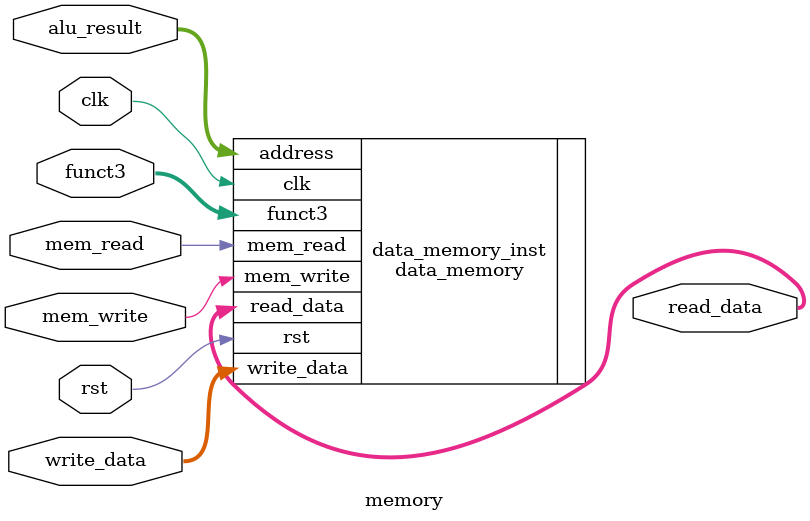
<source format=v>
module memory (
    input clk,
    input rst,
    input mem_read,
    input mem_write,
    input [31:0] alu_result,
    input [31:0] write_data,
    input [2:0] funct3,
    output [31:0] read_data
    );

    data_memory data_memory_inst(
        .clk(clk),
        .rst(rst),
        .mem_read(mem_read),
        .mem_write(mem_write),
        .address(alu_result),
        .write_data(write_data),
        .funct3(funct3),
        .read_data(read_data)
    );

endmodule
</source>
